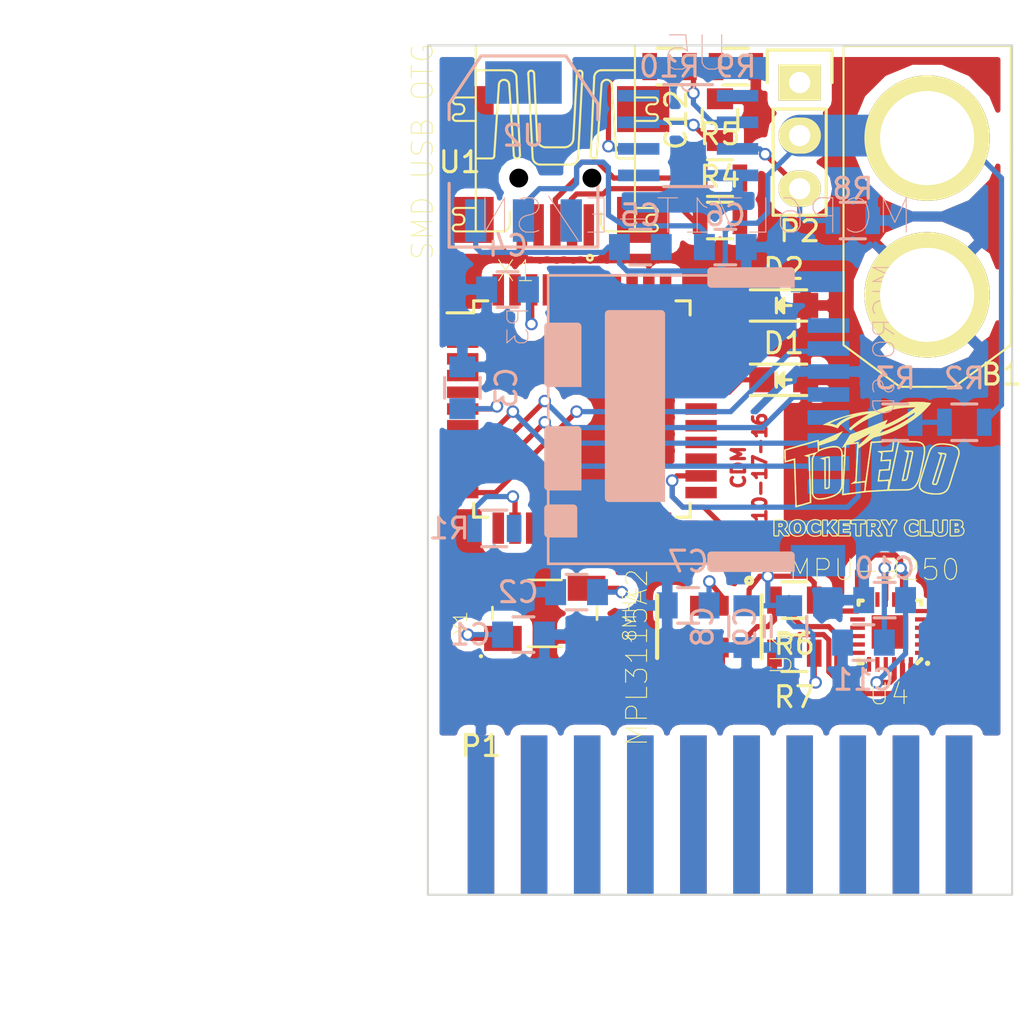
<source format=kicad_pcb>
(kicad_pcb (version 4) (host pcbnew 4.0.4+e1-6308~48~ubuntu16.04.1-stable)
  (layers (0 F.Cu signal) (31 B.Cu signal) (34 B.Paste user) (35 F.Paste user) (36 B.SilkS user) (37 F.SilkS user) (38 B.Mask user) (39 F.Mask user) (44 Edge.Cuts user))
  (net 0 "")
  (net 1 GND)
  (net 2 VCC)
  (net 3 "Net-(C1-Pad1)")
  (net 4 "Net-(C2-Pad1)")
  (net 5 "Net-(C3-Pad1)")
  (net 6 "Net-(C4-Pad1)")
  (net 7 VDD)
  (net 8 "Net-(C7-Pad1)")
  (net 9 "Net-(C11-Pad1)")
  (net 10 VCC_V_LED)
  (net 11 MCU_LED)
  (net 12 E1)
  (net 13 E2)
  (net 14 E3)
  (net 15 E4)
  (net 16 E5)
  (net 17 E6)
  (net 18 E7)
  (net 19 TX)
  (net 20 E9)
  (net 21 E10)
  (net 22 SCL)
  (net 23 SDA)
  (net 24 E8)
  (net 25 RX)
  (net 26 MOSI)
  (net 27 SCK)
  (net 28 RST)
  (net 29 MISO)
  (net 30 SERVO_PWM)
  (net 31 SERVO_S_V)
  (net 32 "Net-(P3-Pad8)")
  (net 33 SD_CS)
  (net 34 "Net-(P3-Pad1)")
  (net 35 VCC_V)
  (net 36 "Net-(R4-Pad1)")
  (net 37 USB_D-)
  (net 38 "Net-(R5-Pad1)")
  (net 39 USB_D+)
  (net 40 "Net-(R10-Pad2)")
  (net 41 SERVO_S_V_A)
  (net 42 "Net-(U1-Pad1)")
  (net 43 "Net-(U1-Pad12)")
  (net 44 "Net-(U1-Pad22)")
  (net 45 "Net-(U1-Pad25)")
  (net 46 "Net-(U1-Pad26)")
  (net 47 "Net-(U1-Pad27)")
  (net 48 "Net-(U1-Pad31)")
  (net 49 "Net-(U1-Pad32)")
  (net 50 "Net-(U3-Pad5)")
  (net 51 "Net-(U3-Pad6)")
  (net 52 "Net-(U4-Pad1)")
  (net 53 "Net-(U4-Pad7)")
  (net 54 "Net-(U4-Pad11)")
  (net 55 "Net-(U4-Pad12)")
  (net 56 "Net-(U4-Pad19)")
  (net 57 "Net-(U4-Pad20)")
  (net 58 "Net-(U4-Pad21)")
  (net 59 "Net-(U4-Pad25)")
  (net 60 "Net-(U5-Pad1)")
  (net 61 "Net-(U5-Pad5)")
  (net 62 "Net-(U5-Pad8)")
  (net 63 "Net-(X1-PadM1)")
  (net 64 "Net-(X1-Pad1)")
  (net 65 "Net-(X1-Pad4)")
  (module "UT ROCKETRY MOD:XT60" (layer F.Cu) (at 155.956 90.678 90)
    (fp_text reference B1 (at -3.81 3.556 180) (layer F.SilkS))
    (fp_text value CONN_01X02)
    (pad 2 thru_hole circle (at 0 0 90) (size 6 6) (drill 4.5) (layers *.Cu *.Mask F.SilkS) (net 1 GND))
    (pad 1 thru_hole circle (at 7.5 0 90) (size 6 6) (drill 4.5) (layers *.Cu *.Mask F.SilkS) (net 2 VCC))
  )
  (module Capacitors_SMD:C_0805 (layer B.Cu) (at 136.652 106.934)
    (fp_text reference C1 (at -2.54 0) (layer B.SilkS) (effects (justify mirror)))
    (fp_text value 33pF)
    (pad 1 smd rect (at -1 0) (size 1 1.25) (layers B.Cu B.Paste B.Mask) (net 3 "Net-(C1-Pad1)"))
    (pad 2 smd rect (at 1 0) (size 1 1.25) (layers B.Cu B.Paste B.Mask) (net 1 GND))
  )
  (module Capacitors_SMD:C_0805 (layer B.Cu) (at 139.192 104.902 180)
    (fp_text reference C2 (at 2.794 0 180) (layer B.SilkS) (effects (justify mirror)))
    (fp_text value 33pF)
    (pad 1 smd rect (at -1 0 180) (size 1 1.25) (layers B.Cu B.Paste B.Mask) (net 4 "Net-(C2-Pad1)"))
    (pad 2 smd rect (at 1 0 180) (size 1 1.25) (layers B.Cu B.Paste B.Mask) (net 1 GND))
  )
  (module Capacitors_SMD:C_0805 (layer B.Cu) (at 133.731 95.123 90)
    (fp_text reference C3 (at 0 2.1 90) (layer B.SilkS) (effects (justify mirror)))
    (fp_text value 1uF)
    (pad 1 smd rect (at -1 0 90) (size 1 1.25) (layers B.Cu B.Paste B.Mask) (net 5 "Net-(C3-Pad1)"))
    (pad 2 smd rect (at 1 0 90) (size 1 1.25) (layers B.Cu B.Paste B.Mask) (net 1 GND))
  )
  (module Capacitors_SMD:C_0805 (layer B.Cu) (at 135.89 90.424 180)
    (fp_text reference C4 (at 0 2.1 180) (layer B.SilkS) (effects (justify mirror)))
    (fp_text value .1uF)
    (pad 1 smd rect (at -1 0 180) (size 1 1.25) (layers B.Cu B.Paste B.Mask) (net 6 "Net-(C4-Pad1)"))
    (pad 2 smd rect (at 1 0 180) (size 1 1.25) (layers B.Cu B.Paste B.Mask) (net 1 GND))
  )
  (module Capacitors_SMD:C_0805 (layer B.Cu) (at 142.24 88.392)
    (fp_text reference C5 (at 0 -1.524) (layer B.SilkS) (effects (justify mirror)))
    (fp_text value 10uF)
    (pad 1 smd rect (at -1 0) (size 1 1.25) (layers B.Cu B.Paste B.Mask) (net 2 VCC))
    (pad 2 smd rect (at 1 0) (size 1 1.25) (layers B.Cu B.Paste B.Mask) (net 1 GND))
  )
  (module Capacitors_SMD:C_0805 (layer B.Cu) (at 146.304 88.392)
    (fp_text reference C6 (at 0 -1.524) (layer B.SilkS) (effects (justify mirror)))
    (fp_text value 22uF)
    (pad 1 smd rect (at -1 0) (size 1 1.25) (layers B.Cu B.Paste B.Mask) (net 7 VDD))
    (pad 2 smd rect (at 1 0) (size 1 1.25) (layers B.Cu B.Paste B.Mask) (net 1 GND))
  )
  (module Capacitors_SMD:C_0805 (layer B.Cu) (at 144.526 105.537 180)
    (fp_text reference C7 (at 0 2.1 180) (layer B.SilkS) (effects (justify mirror)))
    (fp_text value .1uF)
    (pad 1 smd rect (at -1 0 180) (size 1 1.25) (layers B.Cu B.Paste B.Mask) (net 8 "Net-(C7-Pad1)"))
    (pad 2 smd rect (at 1 0 180) (size 1 1.25) (layers B.Cu B.Paste B.Mask) (net 1 GND))
  )
  (module Capacitors_SMD:C_0805 (layer B.Cu) (at 147.32 106.553 270)
    (fp_text reference C8 (at 0 2.1 270) (layer B.SilkS) (effects (justify mirror)))
    (fp_text value .1uF)
    (pad 1 smd rect (at -1 0 270) (size 1 1.25) (layers B.Cu B.Paste B.Mask) (net 7 VDD))
    (pad 2 smd rect (at 1 0 270) (size 1 1.25) (layers B.Cu B.Paste B.Mask) (net 1 GND))
  )
  (module Capacitors_SMD:C_0805 (layer B.Cu) (at 149.352 106.553 270)
    (fp_text reference C9 (at 0 2.1 270) (layer B.SilkS) (effects (justify mirror)))
    (fp_text value 10uF)
    (pad 1 smd rect (at -1 0 270) (size 1 1.25) (layers B.Cu B.Paste B.Mask) (net 7 VDD))
    (pad 2 smd rect (at 1 0 270) (size 1 1.25) (layers B.Cu B.Paste B.Mask) (net 1 GND))
  )
  (module Capacitors_SMD:C_0805 (layer B.Cu) (at 153.924 105.283 180)
    (fp_text reference C10 (at 0 1.524 180) (layer B.SilkS) (effects (justify mirror)))
    (fp_text value .1uF)
    (pad 1 smd rect (at -1 0 180) (size 1 1.25) (layers B.Cu B.Paste B.Mask) (net 7 VDD))
    (pad 2 smd rect (at 1 0 180) (size 1 1.25) (layers B.Cu B.Paste B.Mask) (net 1 GND))
  )
  (module Capacitors_SMD:C_0805 (layer B.Cu) (at 152.908 107.315 180)
    (fp_text reference C11 (at 0 -1.778 180) (layer B.SilkS) (effects (justify mirror)))
    (fp_text value .1uF)
    (pad 1 smd rect (at -1 0 180) (size 1 1.25) (layers B.Cu B.Paste B.Mask) (net 9 "Net-(C11-Pad1)"))
    (pad 2 smd rect (at 1 0 180) (size 1 1.25) (layers B.Cu B.Paste B.Mask) (net 1 GND))
  )
  (module Capacitors_SMD:C_0805 (layer F.Cu) (at 146.05 82.296 90)
    (fp_text reference C12 (at 0 -2.1 90) (layer F.SilkS))
    (fp_text value .1uF)
    (pad 1 smd rect (at -1 0 90) (size 1 1.25) (layers F.Cu F.Paste F.Mask) (net 7 VDD))
    (pad 2 smd rect (at 1 0 90) (size 1 1.25) (layers F.Cu F.Paste F.Mask) (net 1 GND))
  )
  (module LEDs:LED_0805 (layer F.Cu) (at 149.098 94.742)
    (fp_text reference D1 (at 0 -1.75) (layer F.SilkS))
    (fp_text value LED_BLUE)
    (pad 2 smd rect (at 1.04902 0 180) (size 1.19888 1.19888) (layers F.Cu F.Paste F.Mask) (net 1 GND))
    (pad 1 smd rect (at -1.04902 0 180) (size 1.19888 1.19888) (layers F.Cu F.Paste F.Mask) (net 10 VCC_V_LED))
  )
  (module LEDs:LED_0805 (layer F.Cu) (at 149.098 91.186)
    (fp_text reference D2 (at 0 -1.75) (layer F.SilkS))
    (fp_text value LED_BLUE)
    (pad 2 smd rect (at 1.04902 0 180) (size 1.19888 1.19888) (layers F.Cu F.Paste F.Mask) (net 1 GND))
    (pad 1 smd rect (at -1.04902 0 180) (size 1.19888 1.19888) (layers F.Cu F.Paste F.Mask) (net 11 MCU_LED))
  )
  (module Pin_Headers:Pin_Header_Straight_1x03 (layer F.Cu) (at 149.86 80.518)
    (fp_text reference P2 (at 0 7.112) (layer F.SilkS))
    (fp_text value SERVO)
    (pad 1 thru_hole rect (at 0 0) (size 2.032 1.7272) (drill 1.016) (layers *.Cu *.Mask F.SilkS) (net 30 SERVO_PWM))
    (pad 2 thru_hole oval (at 0 2.54) (size 2.032 1.7272) (drill 1.016) (layers *.Cu *.Mask F.SilkS) (net 2 VCC))
    (pad 3 thru_hole oval (at 0 5.08) (size 2.032 1.7272) (drill 1.016) (layers *.Cu *.Mask F.SilkS) (net 31 SERVO_S_V))
  )
  (module "UT ROCKETRY MOD:HRS_DM3CS-SF" (layer B.Cu) (at 145.034 96.647 270)
    (fp_text reference P3 (at -4.46 8.635 270) (layer B.SilkS) (effects (font (thickness 0.05)) (justify mirror)))
    (fp_text value "MICRO SD" (at -3.825 -8.865 270) (layer B.SilkS) (effects (font (thickness 0.05)) (justify mirror)))
    (pad 8 smd rect (at -4.5 -6.2 270) (size 0.7 2) (layers B.Cu B.Paste B.Mask) (net 32 "Net-(P3-Pad8)"))
    (pad 7 smd rect (at -3.4 -6.2 270) (size 0.7 2) (layers B.Cu B.Paste B.Mask) (net 29 MISO))
    (pad 6 smd rect (at -2.3 -6.2 270) (size 0.7 2) (layers B.Cu B.Paste B.Mask) (net 1 GND))
    (pad 5 smd rect (at -1.2 -6.2 270) (size 0.7 2) (layers B.Cu B.Paste B.Mask) (net 27 SCK))
    (pad 4 smd rect (at -0.1 -6.2 270) (size 0.7 2) (layers B.Cu B.Paste B.Mask) (net 7 VDD))
    (pad 3 smd rect (at 1 -6.2 270) (size 0.7 2) (layers B.Cu B.Paste B.Mask) (net 26 MOSI))
    (pad 2 smd rect (at 2.1 -6.2 270) (size 0.7 2) (layers B.Cu B.Paste B.Mask) (net 33 SD_CS))
    (pad 1 smd rect (at 3.2 -6.2 270) (size 0.7 2) (layers B.Cu B.Paste B.Mask) (net 34 "Net-(P3-Pad1)"))
    (pad PAD. smd rect (at -6.6 -5.7 270) (size 1 2.6) (layers B.Cu B.Paste B.Mask))
    (pad PAD smd rect (at 6.75 -5.7 270) (size 1.5 2.6) (layers B.Cu B.Paste B.Mask))
  )
  (module Resistors_SMD:R_0805 (layer B.Cu) (at 135.255 101.854)
    (fp_text reference R1 (at -2.159 0) (layer B.SilkS) (effects (justify mirror)))
    (fp_text value 10K)
    (pad 1 smd rect (at -0.95 0) (size 0.7 1.3) (layers B.Cu B.Paste B.Mask) (net 28 RST))
    (pad 2 smd rect (at 0.95 0) (size 0.7 1.3) (layers B.Cu B.Paste B.Mask) (net 7 VDD))
  )
  (module Resistors_SMD:R_0805 (layer B.Cu) (at 157.734 96.774 180)
    (fp_text reference R2 (at 0 2.1 180) (layer B.SilkS) (effects (justify mirror)))
    (fp_text value 3K)
    (pad 1 smd rect (at -0.95 0 180) (size 0.7 1.3) (layers B.Cu B.Paste B.Mask) (net 2 VCC))
    (pad 2 smd rect (at 0.95 0 180) (size 0.7 1.3) (layers B.Cu B.Paste B.Mask) (net 35 VCC_V))
  )
  (module Resistors_SMD:R_0805 (layer B.Cu) (at 154.432 96.774 180)
    (fp_text reference R3 (at 0 2.1 180) (layer B.SilkS) (effects (justify mirror)))
    (fp_text value 1K)
    (pad 1 smd rect (at -0.95 0 180) (size 0.7 1.3) (layers B.Cu B.Paste B.Mask) (net 35 VCC_V))
    (pad 2 smd rect (at 0.95 0 180) (size 0.7 1.3) (layers B.Cu B.Paste B.Mask) (net 1 GND))
  )
  (module Resistors_SMD:R_0805 (layer F.Cu) (at 146.05 87.122)
    (fp_text reference R4 (at 0 -2.1) (layer F.SilkS))
    (fp_text value 22)
    (pad 1 smd rect (at -0.95 0) (size 0.7 1.3) (layers F.Cu F.Paste F.Mask) (net 36 "Net-(R4-Pad1)"))
    (pad 2 smd rect (at 0.95 0) (size 0.7 1.3) (layers F.Cu F.Paste F.Mask) (net 37 USB_D-))
  )
  (module Resistors_SMD:R_0805 (layer F.Cu) (at 146.05 85.09)
    (fp_text reference R5 (at 0 -2.1) (layer F.SilkS))
    (fp_text value 22)
    (pad 1 smd rect (at -0.95 0) (size 0.7 1.3) (layers F.Cu F.Paste F.Mask) (net 38 "Net-(R5-Pad1)"))
    (pad 2 smd rect (at 0.95 0) (size 0.7 1.3) (layers F.Cu F.Paste F.Mask) (net 39 USB_D+))
  )
  (module Resistors_SMD:R_0805 (layer F.Cu) (at 149.606 105.283 180)
    (fp_text reference R6 (at 0 -2.1 180) (layer F.SilkS))
    (fp_text value 10K)
    (pad 1 smd rect (at -0.95 0 180) (size 0.7 1.3) (layers F.Cu F.Paste F.Mask) (net 7 VDD))
    (pad 2 smd rect (at 0.95 0 180) (size 0.7 1.3) (layers F.Cu F.Paste F.Mask) (net 22 SCL))
  )
  (module Resistors_SMD:R_0805 (layer F.Cu) (at 149.606 107.823 180)
    (fp_text reference R7 (at 0 -2.1 180) (layer F.SilkS))
    (fp_text value 10K)
    (pad 1 smd rect (at -0.95 0 180) (size 0.7 1.3) (layers F.Cu F.Paste F.Mask) (net 7 VDD))
    (pad 2 smd rect (at 0.95 0 180) (size 0.7 1.3) (layers F.Cu F.Paste F.Mask) (net 23 SDA))
  )
  (module Resistors_SMD:R_0805 (layer B.Cu) (at 152.4 87.122)
    (fp_text reference R8 (at 0 -1.524) (layer B.SilkS) (effects (justify mirror)))
    (fp_text value .01)
    (pad 1 smd rect (at -0.95 0) (size 0.7 1.3) (layers B.Cu B.Paste B.Mask) (net 31 SERVO_S_V))
    (pad 2 smd rect (at 0.95 0) (size 0.7 1.3) (layers B.Cu B.Paste B.Mask) (net 1 GND))
  )
  (module Resistors_SMD:R_0805 (layer F.Cu) (at 146.812 79.756)
    (fp_text reference R9 (at 0 0) (layer B.SilkS) (effects (justify mirror)))
    (fp_text value 200)
    (pad 1 smd rect (at -0.95 0) (size 0.7 1.3) (layers F.Cu F.Paste F.Mask) (net 40 "Net-(R10-Pad2)"))
    (pad 2 smd rect (at 0.95 0) (size 0.7 1.3) (layers F.Cu F.Paste F.Mask) (net 1 GND))
  )
  (module Resistors_SMD:R_0805 (layer F.Cu) (at 143.637 79.756)
    (fp_text reference R10 (at 0 0) (layer B.SilkS) (effects (justify mirror)))
    (fp_text value 13K)
    (pad 1 smd rect (at -0.95 0) (size 0.7 1.3) (layers F.Cu F.Paste F.Mask) (net 41 SERVO_S_V_A))
    (pad 2 smd rect (at 0.95 0) (size 0.7 1.3) (layers F.Cu F.Paste F.Mask) (net 40 "Net-(R10-Pad2)"))
  )
  (module Housings_QFP:TQFP-44_10x10mm_Pitch0.8mm (layer F.Cu) (at 139.446 96.139)
    (fp_text reference U1 (at -5.842 -11.811) (layer F.SilkS))
    (fp_text value ATmega32U4)
    (pad 1 smd rect (at -5.7 -4) (size 1.5 0.55) (layers F.Cu F.Paste F.Mask) (net 42 "Net-(U1-Pad1)"))
    (pad 2 smd rect (at -5.7 -3.2) (size 1.5 0.55) (layers F.Cu F.Paste F.Mask) (net 7 VDD))
    (pad 3 smd rect (at -5.7 -2.4) (size 1.5 0.55) (layers F.Cu F.Paste F.Mask) (net 37 USB_D-))
    (pad 4 smd rect (at -5.7 -1.6) (size 1.5 0.55) (layers F.Cu F.Paste F.Mask) (net 39 USB_D+))
    (pad 5 smd rect (at -5.7 -0.8) (size 1.5 0.55) (layers F.Cu F.Paste F.Mask) (net 1 GND))
    (pad 6 smd rect (at -5.7 0) (size 1.5 0.55) (layers F.Cu F.Paste F.Mask) (net 5 "Net-(C3-Pad1)"))
    (pad 7 smd rect (at -5.7 0.8) (size 1.5 0.55) (layers F.Cu F.Paste F.Mask) (net 7 VDD))
    (pad 8 smd rect (at -5.7 1.6) (size 1.5 0.55) (layers F.Cu F.Paste F.Mask) (net 33 SD_CS))
    (pad 9 smd rect (at -5.7 2.4) (size 1.5 0.55) (layers F.Cu F.Paste F.Mask) (net 27 SCK))
    (pad 10 smd rect (at -5.7 3.2) (size 1.5 0.55) (layers F.Cu F.Paste F.Mask) (net 26 MOSI))
    (pad 11 smd rect (at -5.7 4) (size 1.5 0.55) (layers F.Cu F.Paste F.Mask) (net 29 MISO))
    (pad 12 smd rect (at -4 5.7 90) (size 1.5 0.55) (layers F.Cu F.Paste F.Mask) (net 43 "Net-(U1-Pad12)"))
    (pad 13 smd rect (at -3.2 5.7 90) (size 1.5 0.55) (layers F.Cu F.Paste F.Mask) (net 28 RST))
    (pad 14 smd rect (at -2.4 5.7 90) (size 1.5 0.55) (layers F.Cu F.Paste F.Mask) (net 7 VDD))
    (pad 15 smd rect (at -1.6 5.7 90) (size 1.5 0.55) (layers F.Cu F.Paste F.Mask) (net 1 GND))
    (pad 16 smd rect (at -0.8 5.7 90) (size 1.5 0.55) (layers F.Cu F.Paste F.Mask) (net 4 "Net-(C2-Pad1)"))
    (pad 17 smd rect (at 0 5.7 90) (size 1.5 0.55) (layers F.Cu F.Paste F.Mask) (net 3 "Net-(C1-Pad1)"))
    (pad 18 smd rect (at 0.8 5.7 90) (size 1.5 0.55) (layers F.Cu F.Paste F.Mask) (net 22 SCL))
    (pad 19 smd rect (at 1.6 5.7 90) (size 1.5 0.55) (layers F.Cu F.Paste F.Mask) (net 23 SDA))
    (pad 20 smd rect (at 2.4 5.7 90) (size 1.5 0.55) (layers F.Cu F.Paste F.Mask) (net 25 RX))
    (pad 21 smd rect (at 3.2 5.7 90) (size 1.5 0.55) (layers F.Cu F.Paste F.Mask) (net 19 TX))
    (pad 22 smd rect (at 4 5.7 90) (size 1.5 0.55) (layers F.Cu F.Paste F.Mask) (net 44 "Net-(U1-Pad22)"))
    (pad 23 smd rect (at 5.7 4) (size 1.5 0.55) (layers F.Cu F.Paste F.Mask) (net 1 GND))
    (pad 24 smd rect (at 5.7 3.2) (size 1.5 0.55) (layers F.Cu F.Paste F.Mask) (net 7 VDD))
    (pad 25 smd rect (at 5.7 2.4) (size 1.5 0.55) (layers F.Cu F.Paste F.Mask) (net 45 "Net-(U1-Pad25)"))
    (pad 26 smd rect (at 5.7 1.6) (size 1.5 0.55) (layers F.Cu F.Paste F.Mask) (net 46 "Net-(U1-Pad26)"))
    (pad 27 smd rect (at 5.7 0.8) (size 1.5 0.55) (layers F.Cu F.Paste F.Mask) (net 47 "Net-(U1-Pad27)"))
    (pad 28 smd rect (at 5.7 0) (size 1.5 0.55) (layers F.Cu F.Paste F.Mask) (net 30 SERVO_PWM))
    (pad 29 smd rect (at 5.7 -0.8) (size 1.5 0.55) (layers F.Cu F.Paste F.Mask) (net 10 VCC_V_LED))
    (pad 30 smd rect (at 5.7 -1.6) (size 1.5 0.55) (layers F.Cu F.Paste F.Mask) (net 11 MCU_LED))
    (pad 31 smd rect (at 5.7 -2.4) (size 1.5 0.55) (layers F.Cu F.Paste F.Mask) (net 48 "Net-(U1-Pad31)"))
    (pad 32 smd rect (at 5.7 -3.2) (size 1.5 0.55) (layers F.Cu F.Paste F.Mask) (net 49 "Net-(U1-Pad32)"))
    (pad 33 smd rect (at 5.7 -4) (size 1.5 0.55) (layers F.Cu F.Paste F.Mask) (net 1 GND))
    (pad 34 smd rect (at 4 -5.7 90) (size 1.5 0.55) (layers F.Cu F.Paste F.Mask) (net 7 VDD))
    (pad 35 smd rect (at 3.2 -5.7 90) (size 1.5 0.55) (layers F.Cu F.Paste F.Mask) (net 1 GND))
    (pad 36 smd rect (at 2.4 -5.7 90) (size 1.5 0.55) (layers F.Cu F.Paste F.Mask) (net 41 SERVO_S_V_A))
    (pad 37 smd rect (at 1.6 -5.7 90) (size 1.5 0.55) (layers F.Cu F.Paste F.Mask) (net 35 VCC_V))
    (pad 38 smd rect (at 0.8 -5.7 90) (size 1.5 0.55) (layers F.Cu F.Paste F.Mask) (net 15 E4))
    (pad 39 smd rect (at 0 -5.7 90) (size 1.5 0.55) (layers F.Cu F.Paste F.Mask) (net 14 E3))
    (pad 40 smd rect (at -0.8 -5.7 90) (size 1.5 0.55) (layers F.Cu F.Paste F.Mask) (net 13 E2))
    (pad 41 smd rect (at -1.6 -5.7 90) (size 1.5 0.55) (layers F.Cu F.Paste F.Mask) (net 12 E1))
    (pad 42 smd rect (at -2.4 -5.7 90) (size 1.5 0.55) (layers F.Cu F.Paste F.Mask) (net 6 "Net-(C4-Pad1)"))
    (pad 43 smd rect (at -3.2 -5.7 90) (size 1.5 0.55) (layers F.Cu F.Paste F.Mask) (net 1 GND))
    (pad 44 smd rect (at -4 -5.7 90) (size 1.5 0.55) (layers F.Cu F.Paste F.Mask) (net 7 VDD))
  )
  (module TO_SOT_Packages_SMD:SOT-223 (layer B.Cu) (at 136.652 83.82 180)
    (fp_text reference U2 (at 0 0.762 180) (layer B.SilkS) (effects (justify mirror)))
    (fp_text value AZ1117)
    (pad 4 smd rect (at 0 3.302 180) (size 3.6576 2.032) (layers B.Cu B.Paste B.Mask))
    (pad 2 smd rect (at 0 -3.302 180) (size 1.016 2.032) (layers B.Cu B.Paste B.Mask) (net 7 VDD))
    (pad 3 smd rect (at 2.286 -3.302 180) (size 1.016 2.032) (layers B.Cu B.Paste B.Mask) (net 2 VCC))
    (pad 1 smd rect (at -2.286 -3.302 180) (size 1.016 2.032) (layers B.Cu B.Paste B.Mask) (net 1 GND))
  )
  (module "UT ROCKETRY MOD:PSON125P300X500X120-8N" (layer F.Cu) (at 145.542 106.553 270)
    (fp_text reference U3 (at 1.34 -3.435 270) (layer F.SilkS) (effects (font (thickness 0.05))))
    (fp_text value MPL3115A2 (at 1.475 3.465 270) (layer F.SilkS) (effects (font (thickness 0.05))))
    (pad 1 smd rect (at -1 -1.875 270) (size 0.95 0.6) (layers F.Cu F.Paste F.Mask) (net 7 VDD))
    (pad 2 smd rect (at -1 -0.625 270) (size 0.95 0.6) (layers F.Cu F.Paste F.Mask) (net 8 "Net-(C7-Pad1)"))
    (pad 3 smd rect (at -1 0.625 270) (size 0.95 0.6) (layers F.Cu F.Paste F.Mask) (net 1 GND))
    (pad 4 smd rect (at -1 1.875 270) (size 0.95 0.6) (layers F.Cu F.Paste F.Mask) (net 7 VDD))
    (pad 5 smd rect (at 1 1.875 270) (size 0.95 0.6) (layers F.Cu F.Paste F.Mask) (net 50 "Net-(U3-Pad5)"))
    (pad 6 smd rect (at 1 0.625 270) (size 0.95 0.6) (layers F.Cu F.Paste F.Mask) (net 51 "Net-(U3-Pad6)"))
    (pad 7 smd rect (at 1 -0.625 270) (size 0.95 0.6) (layers F.Cu F.Paste F.Mask) (net 23 SDA))
    (pad 8 smd rect (at 1 -1.875 270) (size 0.95 0.6) (layers F.Cu F.Paste F.Mask) (net 22 SCL))
  )
  (module "UT ROCKETRY MOD:QFN40P300X300X105-25N" (layer F.Cu) (at 154.178 106.807 180)
    (fp_text reference U4 (at 0.04 -2.975 180) (layer F.SilkS) (effects (font (thickness 0.05))))
    (fp_text value MPU-9250 (at 0.745 2.975 180) (layer F.SilkS) (effects (font (thickness 0.05))))
    (pad 1 smd rect (at -1.55 -1 180) (size 0.7 0.2) (layers F.Cu F.Paste F.Mask) (net 52 "Net-(U4-Pad1)"))
    (pad 2 smd rect (at -1.55 -0.6 180) (size 0.7 0.2) (layers F.Cu F.Paste F.Mask))
    (pad 3 smd rect (at -1.55 -0.2 180) (size 0.7 0.2) (layers F.Cu F.Paste F.Mask))
    (pad 4 smd rect (at -1.55 0.2 180) (size 0.7 0.2) (layers F.Cu F.Paste F.Mask))
    (pad 5 smd rect (at -1.55 0.6 180) (size 0.7 0.2) (layers F.Cu F.Paste F.Mask))
    (pad 6 smd rect (at -1.55 1 180) (size 0.7 0.2) (layers F.Cu F.Paste F.Mask))
    (pad 7 smd rect (at -1 1.55 270) (size 0.7 0.2) (layers F.Cu F.Paste F.Mask) (net 53 "Net-(U4-Pad7)"))
    (pad 8 smd rect (at -0.6 1.55 270) (size 0.7 0.2) (layers F.Cu F.Paste F.Mask) (net 7 VDD))
    (pad 9 smd rect (at -0.2 1.55 270) (size 0.7 0.2) (layers F.Cu F.Paste F.Mask) (net 1 GND))
    (pad 10 smd rect (at 0.2 1.55 270) (size 0.7 0.2) (layers F.Cu F.Paste F.Mask) (net 9 "Net-(C11-Pad1)"))
    (pad 11 smd rect (at 0.6 1.55 270) (size 0.7 0.2) (layers F.Cu F.Paste F.Mask) (net 54 "Net-(U4-Pad11)"))
    (pad 12 smd rect (at 1 1.55 270) (size 0.7 0.2) (layers F.Cu F.Paste F.Mask) (net 55 "Net-(U4-Pad12)"))
    (pad 13 smd rect (at 1.55 1) (size 0.7 0.2) (layers F.Cu F.Paste F.Mask) (net 7 VDD))
    (pad 14 smd rect (at 1.55 0.6) (size 0.7 0.2) (layers F.Cu F.Paste F.Mask))
    (pad 15 smd rect (at 1.55 0.2) (size 0.7 0.2) (layers F.Cu F.Paste F.Mask))
    (pad 16 smd rect (at 1.55 -0.2) (size 0.7 0.2) (layers F.Cu F.Paste F.Mask))
    (pad 17 smd rect (at 1.55 -0.6) (size 0.7 0.2) (layers F.Cu F.Paste F.Mask))
    (pad 18 smd rect (at 1.55 -1) (size 0.7 0.2) (layers F.Cu F.Paste F.Mask) (net 1 GND))
    (pad 19 smd rect (at 1 -1.55 90) (size 0.7 0.2) (layers F.Cu F.Paste F.Mask) (net 56 "Net-(U4-Pad19)"))
    (pad 20 smd rect (at 0.6 -1.55 90) (size 0.7 0.2) (layers F.Cu F.Paste F.Mask) (net 57 "Net-(U4-Pad20)"))
    (pad 21 smd rect (at 0.2 -1.55 90) (size 0.7 0.2) (layers F.Cu F.Paste F.Mask) (net 58 "Net-(U4-Pad21)"))
    (pad 22 smd rect (at -0.2 -1.55 90) (size 0.7 0.2) (layers F.Cu F.Paste F.Mask) (net 7 VDD))
    (pad 23 smd rect (at -0.6 -1.55 90) (size 0.7 0.2) (layers F.Cu F.Paste F.Mask) (net 22 SCL))
    (pad 24 smd rect (at -1 -1.55 90) (size 0.7 0.2) (layers F.Cu F.Paste F.Mask) (net 23 SDA))
    (pad 25 smd rect (at 0 0 180) (size 1.75 1.6) (layers F.Cu F.Paste F.Mask) (net 59 "Net-(U4-Pad25)"))
  )
  (module "UT ROCKETRY MOD:SOIC127P600X175-8N" (layer B.Cu) (at 144.526 83.058 180)
    (fp_text reference U5 (at -0.3556 3.937 180) (layer B.SilkS) (effects (font (size 1.64 1.64) (thickness 0.05)) (justify mirror)))
    (fp_text value MCP6L71T-E/SN (at -0.3556 -3.8608 180) (layer B.SilkS) (effects (font (size 1.64 1.64) (thickness 0.05)) (justify mirror)))
    (pad 1 smd rect (at -2.3622 1.905 180) (size 1.9812 0.5588) (layers B.Cu B.Paste B.Mask) (net 60 "Net-(U5-Pad1)"))
    (pad 2 smd rect (at -2.3622 0.635 180) (size 1.9812 0.5588) (layers B.Cu B.Paste B.Mask) (net 40 "Net-(R10-Pad2)"))
    (pad 3 smd rect (at -2.3622 -0.635 180) (size 1.9812 0.5588) (layers B.Cu B.Paste B.Mask) (net 31 SERVO_S_V))
    (pad 4 smd rect (at -2.3622 -1.905 180) (size 1.9812 0.5588) (layers B.Cu B.Paste B.Mask) (net 1 GND))
    (pad 5 smd rect (at 2.3622 -1.905 180) (size 1.9812 0.5588) (layers B.Cu B.Paste B.Mask) (net 61 "Net-(U5-Pad5)"))
    (pad 6 smd rect (at 2.3622 -0.635 180) (size 1.9812 0.5588) (layers B.Cu B.Paste B.Mask) (net 41 SERVO_S_V_A))
    (pad 7 smd rect (at 2.3622 0.635 180) (size 1.9812 0.5588) (layers B.Cu B.Paste B.Mask) (net 7 VDD))
    (pad 8 smd rect (at 2.3622 1.905 180) (size 1.9812 0.5588) (layers B.Cu B.Paste B.Mask) (net 62 "Net-(U5-Pad8)"))
  )
  (module "UT ROCKETRY MOD:UX60-MB-5ST" (layer F.Cu) (at 138.176 87.63 180)
    (fp_text reference X1 (at 1.905 -1.905 180) (layer F.SilkS) (effects (font (thickness 0.05))))
    (fp_text value "SMD USB OTG" (at 6.35 3.81 270) (layer F.SilkS) (effects (font (thickness 0.05))))
    (pad M3 smd rect (at -4.2 0.54 270) (size 2.2 2.5) (layers F.Cu F.Paste F.Mask) (net 63 "Net-(X1-PadM1)"))
    (pad M4 smd rect (at 4.2 0.54 270) (size 2.2 2.5) (layers F.Cu F.Paste F.Mask) (net 63 "Net-(X1-PadM1)"))
    (pad M2 smd rect (at -4.2 5.84 270) (size 2.2 2.5) (layers F.Cu F.Paste F.Mask) (net 63 "Net-(X1-PadM1)"))
    (pad M1 smd rect (at 4.2 5.84 270) (size 2.2 2.5) (layers F.Cu F.Paste F.Mask) (net 63 "Net-(X1-PadM1)"))
    (pad 1 smd rect (at -1.6 0.29 270) (size 2 0.5) (layers F.Cu F.Paste F.Mask) (net 64 "Net-(X1-Pad1)"))
    (pad 2 smd rect (at -0.8 0.29 270) (size 2 0.5) (layers F.Cu F.Paste F.Mask) (net 36 "Net-(R4-Pad1)"))
    (pad 3 smd rect (at 0 0.29 270) (size 2 0.5) (layers F.Cu F.Paste F.Mask) (net 38 "Net-(R5-Pad1)"))
    (pad 4 smd rect (at 0.8 0.29 270) (size 2 0.5) (layers F.Cu F.Paste F.Mask) (net 65 "Net-(X1-Pad4)"))
    (pad 5 smd rect (at 1.6 0.29 270) (size 2 0.5) (layers F.Cu F.Paste F.Mask) (net 1 GND))
    (pad Hole np_thru_hole circle (at -1.75 2.54 180) (size 0.9 0.9) (drill 0.9) (layers))
    (pad Hole np_thru_hole circle (at 1.75 2.54 180) (size 0.9 0.9) (drill 0.9) (layers))
  )
  (module "UT ROCKETRY MOD:OSCSC500X320X110-4N" (layer F.Cu) (at 137.668 105.918 90)
    (fp_text reference Y1 (at -0.4544 -4.0264 90) (layer F.SilkS) (effects (font (size 0.64 0.64) (thickness 0.05))))
    (fp_text value 8MHZ (at -0.048 4.0636 90) (layer F.SilkS) (effects (font (size 0.64 0.64) (thickness 0.05))))
    (pad 4 smd rect (at 1.2 -2) (size 1.8 1.2) (layers F.Cu F.Paste F.Mask) (net 1 GND))
    (pad 3 smd rect (at 1.2 2) (size 1.8 1.2) (layers F.Cu F.Paste F.Mask) (net 4 "Net-(C2-Pad1)"))
    (pad 2 smd rect (at -1.2 2) (size 1.8 1.2) (layers F.Cu F.Paste F.Mask) (net 1 GND))
    (pad 1 smd rect (at -1.2 -2) (size 1.8 1.2) (layers F.Cu F.Paste F.Mask) (net 3 "Net-(C1-Pad1)"))
  )
  (module "UT ROCKETRY MOD:UT LOGO" (layer F.Cu) (at 153.162 99.568)
    (fp_text reference G*** hide)
    (fp_text value LOGO hide)
  )
  (module "UT ROCKETRY MOD:Card Edge 2x10 B" (layer F.Cu) (at 134.62 111.76)
    (fp_text reference P1 (at 0 0.5) (layer F.SilkS))
    (fp_text value CONN_02X10)
    (pad 2 connect rect (at 0 3.81) (size 1.27 7.62) (layers B.Cu B.Mask) (net 1 GND))
    (pad 4 connect rect (at 2.54 3.81) (size 1.27 7.62) (layers B.Cu B.Mask) (net 28 RST))
    (pad 6 connect rect (at 5.08 3.81) (size 1.27 7.62) (layers B.Cu B.Mask) (net 26 MOSI))
    (pad 8 connect rect (at 7.62 3.81) (size 1.27 7.62) (layers B.Cu B.Mask) (net 19 TX))
    (pad 10 connect rect (at 10.16 3.81) (size 1.27 7.62) (layers B.Cu B.Mask) (net 22 SCL))
    (pad 12 connect rect (at 12.7 3.81) (size 1.27 7.62) (layers B.Cu B.Mask) (net 13 E2))
    (pad 14 connect rect (at 15.24 3.81) (size 1.27 7.62) (layers B.Cu B.Mask) (net 15 E4))
    (pad 16 connect rect (at 17.78 3.81) (size 1.27 7.62) (layers B.Cu B.Mask) (net 17 E6))
    (pad 18 connect rect (at 20.32 3.81) (size 1.27 7.62) (layers B.Cu B.Mask) (net 24 E8))
    (pad 20 connect rect (at 22.86 3.81) (size 1.27 7.62) (layers *.Mask B.Cu) (net 21 E10))
    (pad 19 connect rect (at 22.86 3.81) (size 1.27 7.62) (layers F.Cu F.Mask) (net 20 E9))
    (pad 17 connect rect (at 20.32 3.81) (size 1.27 7.62) (layers F.Cu F.Mask) (net 18 E7))
    (pad 15 connect rect (at 17.78 3.81) (size 1.27 7.62) (layers F.Cu F.Mask) (net 16 E5))
    (pad 13 connect rect (at 15.24 3.81) (size 1.27 7.62) (layers F.Cu F.Mask) (net 14 E3))
    (pad 11 connect rect (at 12.7 3.81) (size 1.27 7.62) (layers F.Cu F.Mask) (net 12 E1))
    (pad 9 connect rect (at 10.16 3.81) (size 1.27 7.62) (layers F.Cu F.Mask) (net 23 SDA))
    (pad 7 connect rect (at 7.62 3.81) (size 1.27 7.62) (layers F.Cu F.Mask) (net 25 RX))
    (pad 5 connect rect (at 5.08 3.81) (size 1.27 7.62) (layers F.Cu F.Mask) (net 27 SCK))
    (pad 3 connect rect (at 2.54 3.81) (size 1.27 7.62) (layers F.Cu F.Mask) (net 29 MISO))
    (pad 1 connect rect (at 0 3.81) (size 1.27 7.62) (layers F.Cu F.Mask) (net 7 VDD))
  )
  (gr_text "CDM\n10-17-16" (at 147.447 98.933 90) (layer F.Cu) (effects (font (size 0.635 0.635) (thickness 0.15875))))
  (gr_line (start 132.08 119.38) (end 160.02 119.38) (angle 90) (layer Edge.Cuts) (width 0.1))
  (gr_line (start 160.02 78.74) (end 160.02 119.38) (angle 90) (layer Edge.Cuts) (width 0.1))
  (gr_line (start 132.08 78.74) (end 132.08 119.38) (angle 90) (layer Edge.Cuts) (width 0.1))
  (gr_line (start 132.08 78.74) (end 160.02 78.74) (angle 90) (layer Edge.Cuts) (width 0.1))
  (segment (start 149.86 83.058) (end 149.86 83.439) (width 0.25) (layer B.Cu) (net 2))
  (segment (start 149.86 83.439) (end 148.336 84.963) (width 0.25) (layer B.Cu) (net 2))
  (segment (start 141.24 89.17) (end 141.24 88.392) (width 0.25) (layer B.Cu) (net 2))
  (segment (start 141.605 89.535) (end 141.24 89.17) (width 0.25) (layer B.Cu) (net 2))
  (segment (start 145.923 89.535) (end 141.605 89.535) (width 0.25) (layer B.Cu) (net 2))
  (segment (start 146.304 89.154) (end 145.923 89.535) (width 0.25) (layer B.Cu) (net 2))
  (segment (start 146.304 87.63) (end 146.304 89.154) (width 0.25) (layer B.Cu) (net 2))
  (segment (start 146.685 87.249) (end 146.304 87.63) (width 0.25) (layer B.Cu) (net 2))
  (segment (start 147.828 87.249) (end 146.685 87.249) (width 0.25) (layer B.Cu) (net 2))
  (segment (start 148.336 86.741) (end 147.828 87.249) (width 0.25) (layer B.Cu) (net 2))
  (segment (start 148.336 84.963) (end 148.336 86.741) (width 0.25) (layer B.Cu) (net 2))
  (segment (start 155.956 83.178) (end 157.6 83.178) (width 0.25) (layer B.Cu) (net 2))
  (segment (start 157.6 83.178) (end 159.512 85.09) (width 0.25) (layer B.Cu) (net 2))
  (segment (start 159.512 95.946) (end 158.684 96.774) (width 0.25) (layer B.Cu) (net 2))
  (segment (start 159.512 85.09) (end 159.512 95.946) (width 0.25) (layer B.Cu) (net 2))
  (segment (start 149.86 83.058) (end 155.836 83.058) (width 2) (layer B.Cu) (net 2))
  (segment (start 155.836 83.058) (end 155.956 83.178) (width 2) (layer B.Cu) (net 2))
  (segment (start 141.24 88.392) (end 140.716 88.392) (width 0.25) (layer B.Cu) (net 2))
  (segment (start 134.366 88.392) (end 134.366 87.122) (width 0.25) (layer B.Cu) (net 2))
  (segment (start 134.62 88.646) (end 134.366 88.392) (width 0.25) (layer B.Cu) (net 2))
  (segment (start 140.462 88.646) (end 134.62 88.646) (width 0.25) (layer B.Cu) (net 2))
  (segment (start 140.716 88.392) (end 140.462 88.646) (width 0.25) (layer B.Cu) (net 2))
  (segment (start 135.668 107.118) (end 134.169 107.118) (width 0.25) (layer F.Cu) (net 3))
  (segment (start 133.985 106.934) (end 135.652 106.934) (width 0.25) (layer B.Cu) (net 3))
  (via (at 133.985 106.934) (size 0.6) (drill 0.4) (layers F.Cu B.Cu) (net 3))
  (segment (start 134.169 107.118) (end 133.985 106.934) (width 0.25) (layer F.Cu) (net 3))
  (segment (start 139.668 104.718) (end 141.167 104.718) (width 0.25) (layer F.Cu) (net 4))
  (segment (start 141.351 104.902) (end 140.192 104.902) (width 0.25) (layer B.Cu) (net 4))
  (via (at 141.351 104.902) (size 0.6) (drill 0.4) (layers F.Cu B.Cu) (net 4))
  (segment (start 141.167 104.718) (end 141.351 104.902) (width 0.25) (layer F.Cu) (net 4))
  (segment (start 133.746 96.139) (end 135.255 96.139) (width 0.25) (layer F.Cu) (net 5))
  (segment (start 135.271 96.123) (end 133.731 96.123) (width 0.25) (layer B.Cu) (net 5))
  (segment (start 135.382 96.012) (end 135.271 96.123) (width 0.25) (layer B.Cu) (net 5))
  (via (at 135.382 96.012) (size 0.6) (drill 0.4) (layers F.Cu B.Cu) (net 5))
  (segment (start 135.255 96.139) (end 135.382 96.012) (width 0.25) (layer F.Cu) (net 5))
  (segment (start 137.046 90.439) (end 137.046 92.062) (width 0.25) (layer F.Cu) (net 6))
  (segment (start 136.89 91.932) (end 136.89 90.424) (width 0.25) (layer B.Cu) (net 6))
  (segment (start 137.033 92.075) (end 136.89 91.932) (width 0.25) (layer B.Cu) (net 6))
  (via (at 137.033 92.075) (size 0.6) (drill 0.4) (layers F.Cu B.Cu) (net 6))
  (segment (start 137.046 92.062) (end 137.033 92.075) (width 0.25) (layer F.Cu) (net 6))
  (segment (start 143.764 99.568) (end 143.764 100.33) (width 0.25) (layer F.Cu) (net 7))
  (segment (start 148.336 103.886) (end 148.336 104.14) (width 0.25) (layer F.Cu) (net 7))
  (segment (start 145.288 100.838) (end 148.336 103.886) (width 0.25) (layer F.Cu) (net 7))
  (segment (start 144.78 100.838) (end 145.288 100.838) (width 0.25) (layer F.Cu) (net 7))
  (segment (start 144.272 100.838) (end 144.78 100.838) (width 0.25) (layer F.Cu) (net 7))
  (segment (start 143.764 100.33) (end 144.272 100.838) (width 0.25) (layer F.Cu) (net 7))
  (segment (start 143.993 99.339) (end 145.146 99.339) (width 0.25) (layer F.Cu) (net 7))
  (segment (start 152.628 105.807) (end 152.628 103.912) (width 0.25) (layer F.Cu) (net 7))
  (segment (start 154.686 103.378) (end 154.686 103.759) (width 0.25) (layer F.Cu) (net 7))
  (segment (start 154.432 103.124) (end 154.686 103.378) (width 0.25) (layer F.Cu) (net 7))
  (segment (start 153.416 103.124) (end 154.432 103.124) (width 0.25) (layer F.Cu) (net 7))
  (segment (start 152.628 103.912) (end 153.416 103.124) (width 0.25) (layer F.Cu) (net 7))
  (segment (start 148.336 104.14) (end 150.241 104.14) (width 0.25) (layer F.Cu) (net 7))
  (segment (start 150.241 104.14) (end 150.556 104.455) (width 0.25) (layer F.Cu) (net 7))
  (segment (start 150.556 104.455) (end 150.556 105.283) (width 0.25) (layer F.Cu) (net 7))
  (segment (start 147.417 105.44) (end 147.447 104.775) (width 0.25) (layer F.Cu) (net 7))
  (segment (start 147.955 104.14) (end 148.336 104.14) (width 0.25) (layer F.Cu) (net 7))
  (segment (start 147.447 104.775) (end 147.955 104.14) (width 0.25) (layer F.Cu) (net 7))
  (segment (start 148.336 104.14) (end 148.336 105.537) (width 0.25) (layer B.Cu) (net 7))
  (via (at 148.336 104.14) (size 0.6) (drill 0.4) (layers F.Cu B.Cu) (net 7))
  (segment (start 152.628 105.807) (end 151.654 105.807) (width 0.25) (layer F.Cu) (net 7))
  (segment (start 151.654 105.807) (end 151.13 105.283) (width 0.25) (layer F.Cu) (net 7))
  (segment (start 151.13 105.283) (end 150.556 105.283) (width 0.25) (layer F.Cu) (net 7))
  (segment (start 150.556 107.823) (end 150.556 109.154) (width 0.25) (layer F.Cu) (net 7))
  (segment (start 149.352 106.299) (end 149.352 105.553) (width 0.25) (layer B.Cu) (net 7))
  (segment (start 149.606 106.553) (end 149.352 106.299) (width 0.25) (layer B.Cu) (net 7))
  (segment (start 150.114 106.553) (end 149.606 106.553) (width 0.25) (layer B.Cu) (net 7))
  (segment (start 150.495 106.934) (end 150.114 106.553) (width 0.25) (layer B.Cu) (net 7))
  (segment (start 150.495 109.093) (end 150.495 106.934) (width 0.25) (layer B.Cu) (net 7))
  (segment (start 150.622 109.22) (end 150.495 109.093) (width 0.25) (layer B.Cu) (net 7))
  (via (at 150.622 109.22) (size 0.6) (drill 0.4) (layers F.Cu B.Cu) (net 7))
  (segment (start 150.556 109.154) (end 150.622 109.22) (width 0.25) (layer F.Cu) (net 7))
  (segment (start 149.352 105.156) (end 149.352 105.553) (width 0.25) (layer B.Cu) (net 7))
  (segment (start 154.924 105.283) (end 154.924 107.839) (width 0.25) (layer B.Cu) (net 7))
  (segment (start 154.378 109.02) (end 154.178 109.22) (width 0.25) (layer F.Cu) (net 7))
  (segment (start 154.178 109.22) (end 153.543 109.22) (width 0.25) (layer F.Cu) (net 7))
  (via (at 153.543 109.22) (size 0.6) (drill 0.4) (layers F.Cu B.Cu) (net 7))
  (segment (start 154.378 109.02) (end 154.378 108.357) (width 0.25) (layer F.Cu) (net 7))
  (segment (start 154.924 107.839) (end 153.543 109.22) (width 0.25) (layer B.Cu) (net 7))
  (segment (start 136.652 87.122) (end 136.652 86.36) (width 0.25) (layer B.Cu) (net 7))
  (segment (start 136.652 86.36) (end 137.414 85.598) (width 0.25) (layer B.Cu) (net 7))
  (segment (start 137.414 85.598) (end 138.938 85.598) (width 0.25) (layer B.Cu) (net 7))
  (segment (start 138.938 85.598) (end 139.192 85.344) (width 0.25) (layer B.Cu) (net 7))
  (segment (start 139.192 85.344) (end 139.192 84.582) (width 0.25) (layer B.Cu) (net 7))
  (segment (start 139.192 84.582) (end 139.446 84.328) (width 0.25) (layer B.Cu) (net 7))
  (segment (start 139.446 84.328) (end 140.462 84.328) (width 0.25) (layer B.Cu) (net 7))
  (segment (start 140.462 84.328) (end 140.716 84.582) (width 0.25) (layer B.Cu) (net 7))
  (segment (start 140.716 84.582) (end 140.716 86.868) (width 0.25) (layer B.Cu) (net 7))
  (segment (start 140.716 86.868) (end 141.478 87.376) (width 0.25) (layer B.Cu) (net 7))
  (segment (start 141.478 87.376) (end 145.034 87.376) (width 0.25) (layer B.Cu) (net 7))
  (segment (start 145.034 87.376) (end 145.304 87.646) (width 0.25) (layer B.Cu) (net 7))
  (segment (start 145.304 87.646) (end 145.304 88.392) (width 0.25) (layer B.Cu) (net 7))
  (segment (start 146.05 83.296) (end 145.526 83.296) (width 0.25) (layer F.Cu) (net 7))
  (segment (start 145.526 83.296) (end 144.78 82.55) (width 0.25) (layer F.Cu) (net 7))
  (via (at 144.78 82.55) (size 0.6) (drill 0.4) (layers F.Cu B.Cu) (net 7))
  (segment (start 144.78 82.55) (end 144.653 82.423) (width 0.25) (layer B.Cu) (net 7))
  (segment (start 144.653 82.423) (end 142.1638 82.423) (width 0.25) (layer B.Cu) (net 7))
  (segment (start 148.336 105.537) (end 149.336 105.537) (width 0.25) (layer B.Cu) (net 7))
  (segment (start 149.336 105.537) (end 149.352 105.553) (width 0.25) (layer B.Cu) (net 7))
  (segment (start 147.417 105.553) (end 147.417 105.44) (width 0.25) (layer F.Cu) (net 7))
  (segment (start 148.336 105.537) (end 148.32 105.553) (width 0.25) (layer B.Cu) (net 7))
  (segment (start 148.32 105.553) (end 147.32 105.553) (width 0.25) (layer B.Cu) (net 7))
  (segment (start 154.778 105.257) (end 154.778 103.851) (width 0.25) (layer F.Cu) (net 7))
  (segment (start 154.778 103.851) (end 154.686 103.759) (width 0.25) (layer F.Cu) (net 7))
  (via (at 154.686 103.759) (size 0.6) (drill 0.4) (layers F.Cu B.Cu) (net 7))
  (segment (start 154.924 103.997) (end 154.924 105.283) (width 0.25) (layer B.Cu) (net 7))
  (segment (start 154.686 103.759) (end 154.924 103.997) (width 0.25) (layer B.Cu) (net 7))
  (segment (start 143.764 99.568) (end 143.993 99.339) (width 0.25) (layer F.Cu) (net 7))
  (segment (start 151.107 96.674) (end 151.792 96.674) (width 0.25) (layer B.Cu) (net 7))
  (segment (start 151.792 96.674) (end 152.654 97.536) (width 0.25) (layer B.Cu) (net 7))
  (segment (start 152.654 97.536) (end 152.654 100.33) (width 0.25) (layer B.Cu) (net 7))
  (segment (start 152.654 100.33) (end 152.146 100.838) (width 0.25) (layer B.Cu) (net 7))
  (segment (start 152.146 100.838) (end 144.272 100.838) (width 0.25) (layer B.Cu) (net 7))
  (segment (start 144.272 100.838) (end 143.764 100.33) (width 0.25) (layer B.Cu) (net 7))
  (segment (start 143.764 100.33) (end 143.764 99.568) (width 0.25) (layer B.Cu) (net 7))
  (via (at 143.764 99.568) (size 0.6) (drill 0.4) (layers F.Cu B.Cu) (net 7))
  (segment (start 146.167 105.553) (end 146.167 105.146) (width 0.25) (layer F.Cu) (net 8))
  (segment (start 146.167 105.146) (end 145.542 104.394) (width 0.25) (layer F.Cu) (net 8))
  (via (at 145.542 104.394) (size 0.6) (drill 0.4) (layers F.Cu B.Cu) (net 8))
  (segment (start 145.542 104.394) (end 145.526 104.41) (width 0.25) (layer B.Cu) (net 8))
  (segment (start 145.526 104.41) (end 145.526 105.537) (width 0.25) (layer B.Cu) (net 8))
  (segment (start 153.978 105.257) (end 153.978 103.813) (width 0.25) (layer F.Cu) (net 9))
  (segment (start 153.908 103.775) (end 153.908 107.315) (width 0.25) (layer B.Cu) (net 9))
  (segment (start 153.924 103.759) (end 153.908 103.775) (width 0.25) (layer B.Cu) (net 9))
  (via (at 153.924 103.759) (size 0.6) (drill 0.4) (layers F.Cu B.Cu) (net 9))
  (segment (start 153.978 103.813) (end 153.924 103.759) (width 0.25) (layer F.Cu) (net 9))
  (segment (start 145.146 95.339) (end 146.469 95.339) (width 0.25) (layer F.Cu) (net 10))
  (segment (start 147.066 94.742) (end 148.04898 94.742) (width 0.25) (layer F.Cu) (net 10))
  (segment (start 146.469 95.339) (end 147.066 94.742) (width 0.25) (layer F.Cu) (net 10))
  (segment (start 145.146 94.539) (end 145.999 94.539) (width 0.25) (layer F.Cu) (net 11))
  (segment (start 147.32 91.186) (end 148.04898 91.186) (width 0.25) (layer F.Cu) (net 11))
  (segment (start 147.066 91.44) (end 147.32 91.186) (width 0.25) (layer F.Cu) (net 11))
  (segment (start 147.066 93.472) (end 147.066 91.44) (width 0.25) (layer F.Cu) (net 11))
  (segment (start 145.999 94.539) (end 147.066 93.472) (width 0.25) (layer F.Cu) (net 11))
  (segment (start 148.656 105.283) (end 149.352 105.283) (width 0.25) (layer F.Cu) (net 22))
  (segment (start 154.778 109.255) (end 154.778 108.357) (width 0.25) (layer F.Cu) (net 22))
  (segment (start 154.274002 109.758998) (end 154.778 109.255) (width 0.25) (layer F.Cu) (net 22))
  (segment (start 152.938998 109.758998) (end 154.274002 109.758998) (width 0.25) (layer F.Cu) (net 22))
  (segment (start 151.638 108.458) (end 152.938998 109.758998) (width 0.25) (layer F.Cu) (net 22))
  (segment (start 151.638 106.934) (end 151.638 108.458) (width 0.25) (layer F.Cu) (net 22))
  (segment (start 151.257 106.553) (end 151.638 106.934) (width 0.25) (layer F.Cu) (net 22))
  (segment (start 149.987 106.553) (end 151.257 106.553) (width 0.25) (layer F.Cu) (net 22))
  (segment (start 149.606 106.172) (end 149.987 106.553) (width 0.25) (layer F.Cu) (net 22))
  (segment (start 149.606 105.537) (end 149.606 106.172) (width 0.25) (layer F.Cu) (net 22))
  (segment (start 149.352 105.283) (end 149.606 105.537) (width 0.25) (layer F.Cu) (net 22))
  (segment (start 147.417 107.553) (end 147.417 106.964) (width 0.25) (layer F.Cu) (net 22))
  (segment (start 148.656 106.233) (end 148.656 105.283) (width 0.25) (layer F.Cu) (net 22))
  (segment (start 148.336 106.553) (end 148.656 106.233) (width 0.25) (layer F.Cu) (net 22))
  (segment (start 147.828 106.553) (end 148.336 106.553) (width 0.25) (layer F.Cu) (net 22))
  (segment (start 147.417 106.964) (end 147.828 106.553) (width 0.25) (layer F.Cu) (net 22))
  (segment (start 148.656 107.823) (end 149.352 107.823) (width 0.25) (layer F.Cu) (net 23))
  (segment (start 155.178 109.49) (end 155.178 108.357) (width 0.25) (layer F.Cu) (net 23))
  (segment (start 154.432 110.236) (end 155.178 109.49) (width 0.25) (layer F.Cu) (net 23))
  (segment (start 152.781 110.236) (end 154.432 110.236) (width 0.25) (layer F.Cu) (net 23))
  (segment (start 151.257 108.712) (end 152.781 110.236) (width 0.25) (layer F.Cu) (net 23))
  (segment (start 151.257 107.188) (end 151.257 108.712) (width 0.25) (layer F.Cu) (net 23))
  (segment (start 151.003 106.934) (end 151.257 107.188) (width 0.25) (layer F.Cu) (net 23))
  (segment (start 149.86 106.934) (end 151.003 106.934) (width 0.25) (layer F.Cu) (net 23))
  (segment (start 149.606 107.188) (end 149.86 106.934) (width 0.25) (layer F.Cu) (net 23))
  (segment (start 149.606 107.569) (end 149.606 107.188) (width 0.25) (layer F.Cu) (net 23))
  (segment (start 149.352 107.823) (end 149.606 107.569) (width 0.25) (layer F.Cu) (net 23))
  (segment (start 146.167 107.553) (end 146.167 108.448) (width 0.25) (layer F.Cu) (net 23))
  (segment (start 148.656 108.519) (end 148.656 107.823) (width 0.25) (layer F.Cu) (net 23))
  (segment (start 148.336 108.839) (end 148.656 108.519) (width 0.25) (layer F.Cu) (net 23))
  (segment (start 146.558 108.839) (end 148.336 108.839) (width 0.25) (layer F.Cu) (net 23))
  (segment (start 146.167 108.448) (end 146.558 108.839) (width 0.25) (layer F.Cu) (net 23))
  (segment (start 135.103 99.339) (end 137.668 96.774) (width 0.25) (layer F.Cu) (net 26))
  (via (at 137.668 96.774) (size 0.6) (drill 0.4) (layers F.Cu B.Cu) (net 26))
  (segment (start 135.103 99.339) (end 133.746 99.339) (width 0.25) (layer F.Cu) (net 26))
  (segment (start 138.668 97.774) (end 137.668 96.774) (width 0.25) (layer B.Cu) (net 26))
  (segment (start 151.107 97.774) (end 138.668 97.774) (width 0.25) (layer B.Cu) (net 26))
  (segment (start 149.536 95.574) (end 151.107 95.574) (width 0.25) (layer B.Cu) (net 27))
  (segment (start 148.082 97.028) (end 149.536 95.574) (width 0.25) (layer B.Cu) (net 27))
  (segment (start 138.938 97.028) (end 148.082 97.028) (width 0.25) (layer B.Cu) (net 27))
  (segment (start 137.668 95.758) (end 138.938 97.028) (width 0.25) (layer B.Cu) (net 27))
  (via (at 137.668 95.758) (size 0.6) (drill 0.4) (layers F.Cu B.Cu) (net 27))
  (segment (start 134.887 98.539) (end 137.668 95.758) (width 0.25) (layer F.Cu) (net 27))
  (segment (start 133.746 98.539) (end 134.887 98.539) (width 0.25) (layer F.Cu) (net 27))
  (segment (start 136.246 101.839) (end 136.246 100.432) (width 0.25) (layer F.Cu) (net 28))
  (segment (start 134.305 100.899) (end 134.305 101.854) (width 0.25) (layer B.Cu) (net 28))
  (segment (start 134.874 100.33) (end 134.305 100.899) (width 0.25) (layer B.Cu) (net 28))
  (segment (start 136.144 100.33) (end 134.874 100.33) (width 0.25) (layer B.Cu) (net 28))
  (via (at 136.144 100.33) (size 0.6) (drill 0.4) (layers F.Cu B.Cu) (net 28))
  (segment (start 136.246 100.432) (end 136.144 100.33) (width 0.25) (layer F.Cu) (net 28))
  (segment (start 149.45 93.374) (end 151.107 93.374) (width 0.25) (layer B.Cu) (net 29))
  (segment (start 146.558 96.266) (end 149.45 93.374) (width 0.25) (layer B.Cu) (net 29))
  (segment (start 139.192 96.266) (end 146.558 96.266) (width 0.25) (layer B.Cu) (net 29))
  (via (at 139.192 96.266) (size 0.6) (drill 0.4) (layers F.Cu B.Cu) (net 29))
  (segment (start 133.746 100.139) (end 135.319 100.139) (width 0.25) (layer F.Cu) (net 29))
  (segment (start 135.319 100.139) (end 139.192 96.266) (width 0.25) (layer F.Cu) (net 29))
  (segment (start 146.8882 83.693) (end 147.955 83.693) (width 0.25) (layer B.Cu) (net 31))
  (segment (start 148.209 83.947) (end 149.86 85.598) (width 0.25) (layer F.Cu) (net 31))
  (via (at 148.209 83.947) (size 0.6) (drill 0.4) (layers F.Cu B.Cu) (net 31))
  (segment (start 147.955 83.693) (end 148.209 83.947) (width 0.25) (layer B.Cu) (net 31))
  (segment (start 149.86 85.598) (end 149.86 86.868) (width 0.25) (layer B.Cu) (net 31))
  (segment (start 150.114 87.122) (end 151.45 87.122) (width 0.25) (layer B.Cu) (net 31))
  (segment (start 149.86 86.868) (end 150.114 87.122) (width 0.25) (layer B.Cu) (net 31))
  (segment (start 134.671 97.739) (end 133.746 97.739) (width 0.25) (layer F.Cu) (net 33))
  (via (at 136.144 96.266) (size 0.6) (drill 0.4) (layers F.Cu B.Cu) (net 33))
  (segment (start 134.671 97.739) (end 136.144 96.266) (width 0.25) (layer F.Cu) (net 33))
  (segment (start 138.752 98.874) (end 136.144 96.266) (width 0.25) (layer B.Cu) (net 33))
  (segment (start 151.107 98.874) (end 138.752 98.874) (width 0.25) (layer B.Cu) (net 33))
  (segment (start 155.382 96.774) (end 156.784 96.774) (width 0.25) (layer B.Cu) (net 35))
  (segment (start 145.1 87.122) (end 144.78 87.122) (width 0.25) (layer F.Cu) (net 36))
  (segment (start 144.78 87.122) (end 144.272 86.614) (width 0.25) (layer F.Cu) (net 36))
  (segment (start 144.272 86.614) (end 144.272 86.106) (width 0.25) (layer F.Cu) (net 36))
  (segment (start 144.272 86.106) (end 143.764 85.598) (width 0.25) (layer F.Cu) (net 36))
  (segment (start 143.764 85.598) (end 140.716 85.598) (width 0.25) (layer F.Cu) (net 36))
  (segment (start 140.716 85.598) (end 140.462 85.852) (width 0.25) (layer F.Cu) (net 36))
  (segment (start 140.462 85.852) (end 139.192 85.852) (width 0.25) (layer F.Cu) (net 36))
  (segment (start 139.192 85.852) (end 138.938 86.106) (width 0.25) (layer F.Cu) (net 36))
  (segment (start 138.938 86.106) (end 138.938 87.302) (width 0.25) (layer F.Cu) (net 36))
  (segment (start 138.938 87.302) (end 138.976 87.34) (width 0.25) (layer F.Cu) (net 36))
  (segment (start 138.176 86.106) (end 138.176 87.34) (width 0.25) (layer F.Cu) (net 38))
  (segment (start 139.192 85.09) (end 138.176 86.106) (width 0.25) (layer F.Cu) (net 38))
  (segment (start 139.192 84.582) (end 139.192 85.09) (width 0.25) (layer F.Cu) (net 38))
  (segment (start 139.446 84.328) (end 139.192 84.582) (width 0.25) (layer F.Cu) (net 38))
  (segment (start 140.208 84.328) (end 139.446 84.328) (width 0.25) (layer F.Cu) (net 38))
  (segment (start 140.97 85.09) (end 140.208 84.328) (width 0.25) (layer F.Cu) (net 38))
  (segment (start 145.1 85.09) (end 140.97 85.09) (width 0.25) (layer F.Cu) (net 38))
  (segment (start 144.587 79.756) (end 145.862 79.756) (width 0.25) (layer F.Cu) (net 40))
  (segment (start 144.78 79.949) (end 144.78 81.026) (width 0.25) (layer F.Cu) (net 40))
  (segment (start 145.669 82.423) (end 146.8882 82.423) (width 0.25) (layer B.Cu) (net 40))
  (segment (start 145.669 82.423) (end 144.78 81.534) (width 0.25) (layer B.Cu) (net 40))
  (segment (start 144.78 81.534) (end 144.78 81.026) (width 0.25) (layer B.Cu) (net 40))
  (via (at 144.78 81.026) (size 0.6) (drill 0.4) (layers F.Cu B.Cu) (net 40))
  (segment (start 144.78 79.949) (end 144.587 79.756) (width 0.25) (layer F.Cu) (net 40))
  (segment (start 140.716 83.566) (end 140.716 80.518) (width 0.25) (layer F.Cu) (net 41))
  (segment (start 142.1638 83.693) (end 140.843 83.693) (width 0.25) (layer B.Cu) (net 41))
  (segment (start 140.716 83.566) (end 140.843 83.693) (width 0.25) (layer B.Cu) (net 41))
  (via (at 140.716 83.566) (size 0.6) (drill 0.4) (layers F.Cu B.Cu) (net 41))
  (segment (start 141.478 79.756) (end 142.433 79.756) (width 0.25) (layer F.Cu) (net 41))
  (segment (start 140.716 80.518) (end 141.478 79.756) (width 0.25) (layer F.Cu) (net 41))
  (zone (net 1) (net_name GND) (layer F.Cu) (connect_pads (clearance 0.508)) (min_thickness 0.254) (fill yes (arc_segments 16) (thermal_gap 0.508) (thermal_bridge_width 0.508) (smoothing chamfer))
    (polygon (pts (xy 160.02 111.76) (xy 132.08 111.76) (xy 132.08 78.74) (xy 160.02 78.74)))
  )
  (zone (net 1) (net_name GND) (layer B.Cu) (connect_pads (clearance 0.508)) (min_thickness 0.254) (fill yes (arc_segments 16) (thermal_gap 0.508) (thermal_bridge_width 0.508) (smoothing chamfer))
    (polygon (pts (xy 160.02 111.76) (xy 132.08 111.76) (xy 132.08 78.74) (xy 160.02 78.74)))
  )
)
</source>
